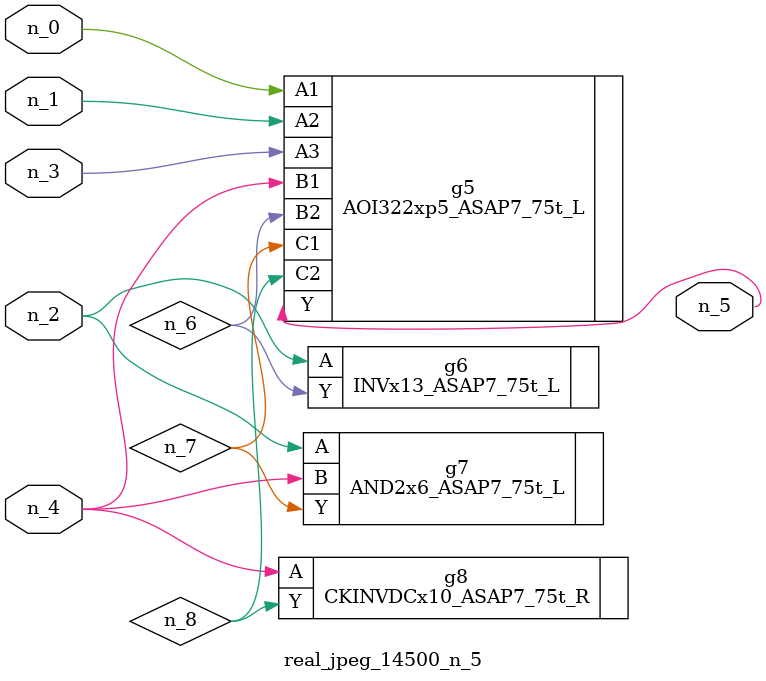
<source format=v>
module real_jpeg_14500_n_5 (n_4, n_0, n_1, n_2, n_3, n_5);

input n_4;
input n_0;
input n_1;
input n_2;
input n_3;

output n_5;

wire n_8;
wire n_6;
wire n_7;

AOI322xp5_ASAP7_75t_L g5 ( 
.A1(n_0),
.A2(n_1),
.A3(n_3),
.B1(n_4),
.B2(n_6),
.C1(n_7),
.C2(n_8),
.Y(n_5)
);

INVx13_ASAP7_75t_L g6 ( 
.A(n_2),
.Y(n_6)
);

AND2x6_ASAP7_75t_L g7 ( 
.A(n_2),
.B(n_4),
.Y(n_7)
);

CKINVDCx10_ASAP7_75t_R g8 ( 
.A(n_4),
.Y(n_8)
);


endmodule
</source>
